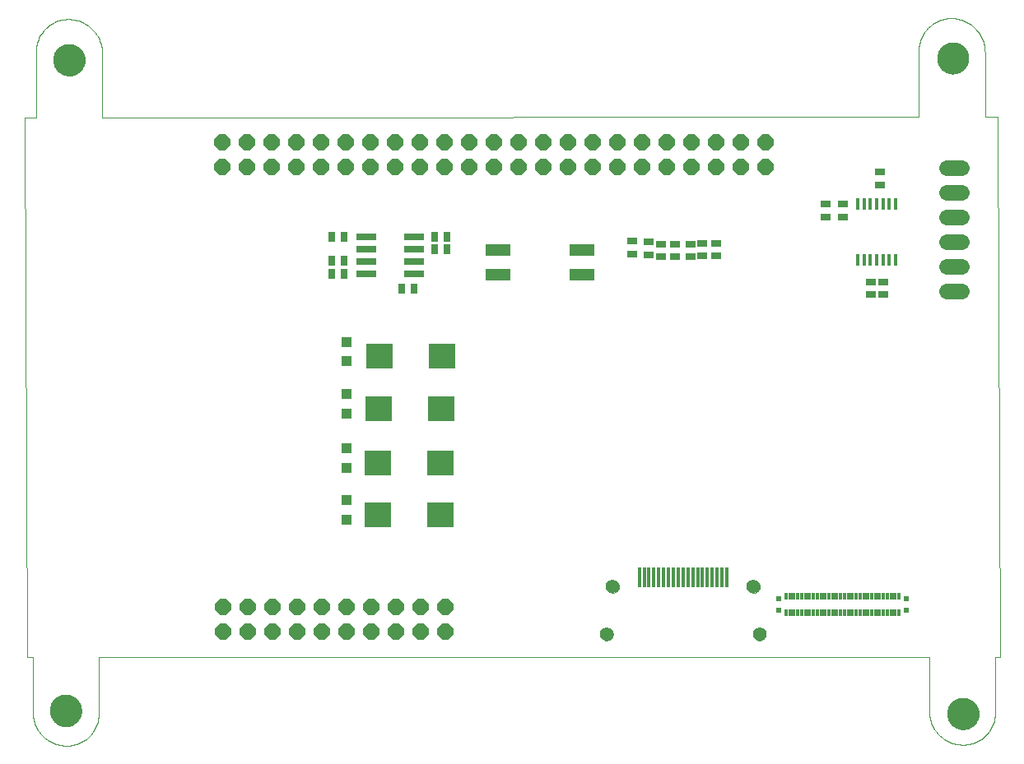
<source format=gbs>
G75*
G70*
%OFA0B0*%
%FSLAX24Y24*%
%IPPOS*%
%LPD*%
%AMOC8*
5,1,8,0,0,1.08239X$1,22.5*
%
%ADD10C,0.0000*%
%ADD11C,0.1300*%
%ADD12OC8,0.0640*%
%ADD13R,0.0820X0.0250*%
%ADD14R,0.0316X0.0394*%
%ADD15R,0.1001X0.0485*%
%ADD16R,0.0434X0.0434*%
%ADD17R,0.1064X0.0985*%
%ADD18R,0.0131X0.0296*%
%ADD19R,0.0217X0.0249*%
%ADD20R,0.0158X0.0788*%
%ADD21C,0.0552*%
%ADD22R,0.0394X0.0316*%
%ADD23R,0.0158X0.0512*%
%ADD24C,0.0640*%
D10*
X001853Y001821D02*
X001923Y001823D01*
X001993Y001829D01*
X002063Y001838D01*
X002132Y001851D01*
X002201Y001868D01*
X002268Y001889D01*
X002334Y001913D01*
X002398Y001941D01*
X002461Y001972D01*
X002523Y002007D01*
X002582Y002045D01*
X002639Y002086D01*
X002694Y002130D01*
X002746Y002177D01*
X002796Y002227D01*
X002843Y002279D01*
X002887Y002334D01*
X002928Y002391D01*
X002966Y002450D01*
X003001Y002512D01*
X003032Y002575D01*
X003060Y002639D01*
X003084Y002705D01*
X003105Y002772D01*
X003122Y002841D01*
X003135Y002910D01*
X003144Y002980D01*
X003150Y003050D01*
X003152Y003120D01*
X003152Y005403D01*
X036774Y005403D01*
X036774Y003238D01*
X036776Y003166D01*
X036782Y003094D01*
X036791Y003022D01*
X036804Y002951D01*
X036821Y002881D01*
X036841Y002812D01*
X036866Y002744D01*
X036893Y002678D01*
X036924Y002612D01*
X036959Y002549D01*
X036996Y002487D01*
X037037Y002428D01*
X037081Y002371D01*
X037128Y002316D01*
X037178Y002264D01*
X037230Y002214D01*
X037285Y002167D01*
X037342Y002123D01*
X037401Y002082D01*
X037463Y002045D01*
X037526Y002010D01*
X037592Y001979D01*
X037658Y001952D01*
X037726Y001927D01*
X037795Y001907D01*
X037865Y001890D01*
X037936Y001877D01*
X038008Y001868D01*
X038080Y001862D01*
X038152Y001860D01*
X037522Y003120D02*
X037524Y003170D01*
X037530Y003220D01*
X037540Y003269D01*
X037554Y003317D01*
X037571Y003364D01*
X037592Y003409D01*
X037617Y003453D01*
X037645Y003494D01*
X037677Y003533D01*
X037711Y003570D01*
X037748Y003604D01*
X037788Y003634D01*
X037830Y003661D01*
X037874Y003685D01*
X037920Y003706D01*
X037967Y003722D01*
X038015Y003735D01*
X038065Y003744D01*
X038114Y003749D01*
X038165Y003750D01*
X038215Y003747D01*
X038264Y003740D01*
X038313Y003729D01*
X038361Y003714D01*
X038407Y003696D01*
X038452Y003674D01*
X038495Y003648D01*
X038536Y003619D01*
X038575Y003587D01*
X038611Y003552D01*
X038643Y003514D01*
X038673Y003474D01*
X038700Y003431D01*
X038723Y003387D01*
X038742Y003341D01*
X038758Y003293D01*
X038770Y003244D01*
X038778Y003195D01*
X038782Y003145D01*
X038782Y003095D01*
X038778Y003045D01*
X038770Y002996D01*
X038758Y002947D01*
X038742Y002899D01*
X038723Y002853D01*
X038700Y002809D01*
X038673Y002766D01*
X038643Y002726D01*
X038611Y002688D01*
X038575Y002653D01*
X038536Y002621D01*
X038495Y002592D01*
X038452Y002566D01*
X038407Y002544D01*
X038361Y002526D01*
X038313Y002511D01*
X038264Y002500D01*
X038215Y002493D01*
X038165Y002490D01*
X038114Y002491D01*
X038065Y002496D01*
X038015Y002505D01*
X037967Y002518D01*
X037920Y002534D01*
X037874Y002555D01*
X037830Y002579D01*
X037788Y002606D01*
X037748Y002636D01*
X037711Y002670D01*
X037677Y002707D01*
X037645Y002746D01*
X037617Y002787D01*
X037592Y002831D01*
X037571Y002876D01*
X037554Y002923D01*
X037540Y002971D01*
X037530Y003020D01*
X037524Y003070D01*
X037522Y003120D01*
X038152Y001860D02*
X038222Y001862D01*
X038292Y001868D01*
X038362Y001877D01*
X038431Y001890D01*
X038500Y001907D01*
X038567Y001928D01*
X038633Y001952D01*
X038697Y001980D01*
X038760Y002011D01*
X038822Y002046D01*
X038881Y002084D01*
X038938Y002125D01*
X038993Y002169D01*
X039045Y002216D01*
X039095Y002266D01*
X039142Y002318D01*
X039186Y002373D01*
X039227Y002430D01*
X039265Y002489D01*
X039300Y002551D01*
X039331Y002614D01*
X039359Y002678D01*
X039383Y002744D01*
X039404Y002811D01*
X039421Y002880D01*
X039434Y002949D01*
X039443Y003019D01*
X039449Y003089D01*
X039451Y003159D01*
X039452Y003159D02*
X039452Y005403D01*
X039649Y005403D01*
X039550Y027332D01*
X039038Y027332D01*
X039038Y029931D01*
X037109Y029694D02*
X037111Y029744D01*
X037117Y029794D01*
X037127Y029843D01*
X037141Y029891D01*
X037158Y029938D01*
X037179Y029983D01*
X037204Y030027D01*
X037232Y030068D01*
X037264Y030107D01*
X037298Y030144D01*
X037335Y030178D01*
X037375Y030208D01*
X037417Y030235D01*
X037461Y030259D01*
X037507Y030280D01*
X037554Y030296D01*
X037602Y030309D01*
X037652Y030318D01*
X037701Y030323D01*
X037752Y030324D01*
X037802Y030321D01*
X037851Y030314D01*
X037900Y030303D01*
X037948Y030288D01*
X037994Y030270D01*
X038039Y030248D01*
X038082Y030222D01*
X038123Y030193D01*
X038162Y030161D01*
X038198Y030126D01*
X038230Y030088D01*
X038260Y030048D01*
X038287Y030005D01*
X038310Y029961D01*
X038329Y029915D01*
X038345Y029867D01*
X038357Y029818D01*
X038365Y029769D01*
X038369Y029719D01*
X038369Y029669D01*
X038365Y029619D01*
X038357Y029570D01*
X038345Y029521D01*
X038329Y029473D01*
X038310Y029427D01*
X038287Y029383D01*
X038260Y029340D01*
X038230Y029300D01*
X038198Y029262D01*
X038162Y029227D01*
X038123Y029195D01*
X038082Y029166D01*
X038039Y029140D01*
X037994Y029118D01*
X037948Y029100D01*
X037900Y029085D01*
X037851Y029074D01*
X037802Y029067D01*
X037752Y029064D01*
X037701Y029065D01*
X037652Y029070D01*
X037602Y029079D01*
X037554Y029092D01*
X037507Y029108D01*
X037461Y029129D01*
X037417Y029153D01*
X037375Y029180D01*
X037335Y029210D01*
X037298Y029244D01*
X037264Y029281D01*
X037232Y029320D01*
X037204Y029361D01*
X037179Y029405D01*
X037158Y029450D01*
X037141Y029497D01*
X037127Y029545D01*
X037117Y029594D01*
X037111Y029644D01*
X037109Y029694D01*
X036361Y030009D02*
X036361Y027332D01*
X003290Y027293D01*
X003290Y029891D01*
X001322Y029616D02*
X001324Y029666D01*
X001330Y029716D01*
X001340Y029765D01*
X001354Y029813D01*
X001371Y029860D01*
X001392Y029905D01*
X001417Y029949D01*
X001445Y029990D01*
X001477Y030029D01*
X001511Y030066D01*
X001548Y030100D01*
X001588Y030130D01*
X001630Y030157D01*
X001674Y030181D01*
X001720Y030202D01*
X001767Y030218D01*
X001815Y030231D01*
X001865Y030240D01*
X001914Y030245D01*
X001965Y030246D01*
X002015Y030243D01*
X002064Y030236D01*
X002113Y030225D01*
X002161Y030210D01*
X002207Y030192D01*
X002252Y030170D01*
X002295Y030144D01*
X002336Y030115D01*
X002375Y030083D01*
X002411Y030048D01*
X002443Y030010D01*
X002473Y029970D01*
X002500Y029927D01*
X002523Y029883D01*
X002542Y029837D01*
X002558Y029789D01*
X002570Y029740D01*
X002578Y029691D01*
X002582Y029641D01*
X002582Y029591D01*
X002578Y029541D01*
X002570Y029492D01*
X002558Y029443D01*
X002542Y029395D01*
X002523Y029349D01*
X002500Y029305D01*
X002473Y029262D01*
X002443Y029222D01*
X002411Y029184D01*
X002375Y029149D01*
X002336Y029117D01*
X002295Y029088D01*
X002252Y029062D01*
X002207Y029040D01*
X002161Y029022D01*
X002113Y029007D01*
X002064Y028996D01*
X002015Y028989D01*
X001965Y028986D01*
X001914Y028987D01*
X001865Y028992D01*
X001815Y029001D01*
X001767Y029014D01*
X001720Y029030D01*
X001674Y029051D01*
X001630Y029075D01*
X001588Y029102D01*
X001548Y029132D01*
X001511Y029166D01*
X001477Y029203D01*
X001445Y029242D01*
X001417Y029283D01*
X001392Y029327D01*
X001371Y029372D01*
X001354Y029419D01*
X001340Y029467D01*
X001330Y029516D01*
X001324Y029566D01*
X001322Y029616D01*
X001912Y031269D02*
X001984Y031267D01*
X002056Y031261D01*
X002128Y031252D01*
X002199Y031239D01*
X002269Y031222D01*
X002338Y031202D01*
X002406Y031177D01*
X002472Y031150D01*
X002538Y031119D01*
X002601Y031084D01*
X002663Y031047D01*
X002722Y031006D01*
X002779Y030962D01*
X002834Y030915D01*
X002886Y030865D01*
X002936Y030813D01*
X002983Y030758D01*
X003027Y030701D01*
X003068Y030642D01*
X003105Y030580D01*
X003140Y030517D01*
X003171Y030451D01*
X003198Y030385D01*
X003223Y030317D01*
X003243Y030248D01*
X003260Y030178D01*
X003273Y030107D01*
X003282Y030035D01*
X003288Y029963D01*
X003290Y029891D01*
X001912Y031269D02*
X001842Y031267D01*
X001772Y031261D01*
X001702Y031252D01*
X001633Y031239D01*
X001564Y031222D01*
X001497Y031201D01*
X001431Y031177D01*
X001367Y031149D01*
X001304Y031118D01*
X001242Y031083D01*
X001183Y031045D01*
X001126Y031004D01*
X001071Y030960D01*
X001019Y030913D01*
X000969Y030863D01*
X000922Y030811D01*
X000878Y030756D01*
X000837Y030699D01*
X000799Y030640D01*
X000764Y030578D01*
X000733Y030515D01*
X000705Y030451D01*
X000681Y030385D01*
X000660Y030318D01*
X000643Y030249D01*
X000630Y030180D01*
X000621Y030110D01*
X000615Y030040D01*
X000613Y029970D01*
X000613Y027293D01*
X000141Y027293D01*
X000239Y005403D01*
X000475Y005403D01*
X000475Y003198D01*
X001184Y003238D02*
X001186Y003288D01*
X001192Y003338D01*
X001202Y003387D01*
X001216Y003435D01*
X001233Y003482D01*
X001254Y003527D01*
X001279Y003571D01*
X001307Y003612D01*
X001339Y003651D01*
X001373Y003688D01*
X001410Y003722D01*
X001450Y003752D01*
X001492Y003779D01*
X001536Y003803D01*
X001582Y003824D01*
X001629Y003840D01*
X001677Y003853D01*
X001727Y003862D01*
X001776Y003867D01*
X001827Y003868D01*
X001877Y003865D01*
X001926Y003858D01*
X001975Y003847D01*
X002023Y003832D01*
X002069Y003814D01*
X002114Y003792D01*
X002157Y003766D01*
X002198Y003737D01*
X002237Y003705D01*
X002273Y003670D01*
X002305Y003632D01*
X002335Y003592D01*
X002362Y003549D01*
X002385Y003505D01*
X002404Y003459D01*
X002420Y003411D01*
X002432Y003362D01*
X002440Y003313D01*
X002444Y003263D01*
X002444Y003213D01*
X002440Y003163D01*
X002432Y003114D01*
X002420Y003065D01*
X002404Y003017D01*
X002385Y002971D01*
X002362Y002927D01*
X002335Y002884D01*
X002305Y002844D01*
X002273Y002806D01*
X002237Y002771D01*
X002198Y002739D01*
X002157Y002710D01*
X002114Y002684D01*
X002069Y002662D01*
X002023Y002644D01*
X001975Y002629D01*
X001926Y002618D01*
X001877Y002611D01*
X001827Y002608D01*
X001776Y002609D01*
X001727Y002614D01*
X001677Y002623D01*
X001629Y002636D01*
X001582Y002652D01*
X001536Y002673D01*
X001492Y002697D01*
X001450Y002724D01*
X001410Y002754D01*
X001373Y002788D01*
X001339Y002825D01*
X001307Y002864D01*
X001279Y002905D01*
X001254Y002949D01*
X001233Y002994D01*
X001216Y003041D01*
X001202Y003089D01*
X001192Y003138D01*
X001186Y003188D01*
X001184Y003238D01*
X000475Y003198D02*
X000477Y003126D01*
X000483Y003054D01*
X000492Y002982D01*
X000505Y002911D01*
X000522Y002841D01*
X000542Y002772D01*
X000567Y002704D01*
X000594Y002638D01*
X000625Y002572D01*
X000660Y002509D01*
X000697Y002447D01*
X000738Y002388D01*
X000782Y002331D01*
X000829Y002276D01*
X000879Y002224D01*
X000931Y002174D01*
X000986Y002127D01*
X001043Y002083D01*
X001102Y002042D01*
X001164Y002005D01*
X001227Y001970D01*
X001293Y001939D01*
X001359Y001912D01*
X001427Y001887D01*
X001496Y001867D01*
X001566Y001850D01*
X001637Y001837D01*
X001709Y001828D01*
X001781Y001822D01*
X001853Y001820D01*
X023467Y006348D02*
X023469Y006379D01*
X023475Y006410D01*
X023484Y006440D01*
X023497Y006469D01*
X023514Y006496D01*
X023534Y006520D01*
X023556Y006542D01*
X023582Y006561D01*
X023609Y006577D01*
X023638Y006589D01*
X023668Y006598D01*
X023699Y006603D01*
X023731Y006604D01*
X023762Y006601D01*
X023793Y006594D01*
X023823Y006584D01*
X023851Y006570D01*
X023877Y006552D01*
X023901Y006532D01*
X023922Y006508D01*
X023941Y006483D01*
X023956Y006455D01*
X023967Y006426D01*
X023975Y006395D01*
X023979Y006364D01*
X023979Y006332D01*
X023975Y006301D01*
X023967Y006270D01*
X023956Y006241D01*
X023941Y006213D01*
X023922Y006188D01*
X023901Y006164D01*
X023877Y006144D01*
X023851Y006126D01*
X023823Y006112D01*
X023793Y006102D01*
X023762Y006095D01*
X023731Y006092D01*
X023699Y006093D01*
X023668Y006098D01*
X023638Y006107D01*
X023609Y006119D01*
X023582Y006135D01*
X023556Y006154D01*
X023534Y006176D01*
X023514Y006200D01*
X023497Y006227D01*
X023484Y006256D01*
X023475Y006286D01*
X023469Y006317D01*
X023467Y006348D01*
X023704Y008277D02*
X023706Y008308D01*
X023712Y008339D01*
X023721Y008369D01*
X023734Y008398D01*
X023751Y008425D01*
X023771Y008449D01*
X023793Y008471D01*
X023819Y008490D01*
X023846Y008506D01*
X023875Y008518D01*
X023905Y008527D01*
X023936Y008532D01*
X023968Y008533D01*
X023999Y008530D01*
X024030Y008523D01*
X024060Y008513D01*
X024088Y008499D01*
X024114Y008481D01*
X024138Y008461D01*
X024159Y008437D01*
X024178Y008412D01*
X024193Y008384D01*
X024204Y008355D01*
X024212Y008324D01*
X024216Y008293D01*
X024216Y008261D01*
X024212Y008230D01*
X024204Y008199D01*
X024193Y008170D01*
X024178Y008142D01*
X024159Y008117D01*
X024138Y008093D01*
X024114Y008073D01*
X024088Y008055D01*
X024060Y008041D01*
X024030Y008031D01*
X023999Y008024D01*
X023968Y008021D01*
X023936Y008022D01*
X023905Y008027D01*
X023875Y008036D01*
X023846Y008048D01*
X023819Y008064D01*
X023793Y008083D01*
X023771Y008105D01*
X023751Y008129D01*
X023734Y008156D01*
X023721Y008185D01*
X023712Y008215D01*
X023706Y008246D01*
X023704Y008277D01*
X029412Y008277D02*
X029414Y008308D01*
X029420Y008339D01*
X029429Y008369D01*
X029442Y008398D01*
X029459Y008425D01*
X029479Y008449D01*
X029501Y008471D01*
X029527Y008490D01*
X029554Y008506D01*
X029583Y008518D01*
X029613Y008527D01*
X029644Y008532D01*
X029676Y008533D01*
X029707Y008530D01*
X029738Y008523D01*
X029768Y008513D01*
X029796Y008499D01*
X029822Y008481D01*
X029846Y008461D01*
X029867Y008437D01*
X029886Y008412D01*
X029901Y008384D01*
X029912Y008355D01*
X029920Y008324D01*
X029924Y008293D01*
X029924Y008261D01*
X029920Y008230D01*
X029912Y008199D01*
X029901Y008170D01*
X029886Y008142D01*
X029867Y008117D01*
X029846Y008093D01*
X029822Y008073D01*
X029796Y008055D01*
X029768Y008041D01*
X029738Y008031D01*
X029707Y008024D01*
X029676Y008021D01*
X029644Y008022D01*
X029613Y008027D01*
X029583Y008036D01*
X029554Y008048D01*
X029527Y008064D01*
X029501Y008083D01*
X029479Y008105D01*
X029459Y008129D01*
X029442Y008156D01*
X029429Y008185D01*
X029420Y008215D01*
X029414Y008246D01*
X029412Y008277D01*
X029648Y006348D02*
X029650Y006379D01*
X029656Y006410D01*
X029665Y006440D01*
X029678Y006469D01*
X029695Y006496D01*
X029715Y006520D01*
X029737Y006542D01*
X029763Y006561D01*
X029790Y006577D01*
X029819Y006589D01*
X029849Y006598D01*
X029880Y006603D01*
X029912Y006604D01*
X029943Y006601D01*
X029974Y006594D01*
X030004Y006584D01*
X030032Y006570D01*
X030058Y006552D01*
X030082Y006532D01*
X030103Y006508D01*
X030122Y006483D01*
X030137Y006455D01*
X030148Y006426D01*
X030156Y006395D01*
X030160Y006364D01*
X030160Y006332D01*
X030156Y006301D01*
X030148Y006270D01*
X030137Y006241D01*
X030122Y006213D01*
X030103Y006188D01*
X030082Y006164D01*
X030058Y006144D01*
X030032Y006126D01*
X030004Y006112D01*
X029974Y006102D01*
X029943Y006095D01*
X029912Y006092D01*
X029880Y006093D01*
X029849Y006098D01*
X029819Y006107D01*
X029790Y006119D01*
X029763Y006135D01*
X029737Y006154D01*
X029715Y006176D01*
X029695Y006200D01*
X029678Y006227D01*
X029665Y006256D01*
X029656Y006286D01*
X029650Y006317D01*
X029648Y006348D01*
X039038Y029931D02*
X039036Y030003D01*
X039030Y030075D01*
X039021Y030147D01*
X039008Y030218D01*
X038991Y030288D01*
X038971Y030357D01*
X038946Y030425D01*
X038919Y030491D01*
X038888Y030557D01*
X038853Y030620D01*
X038816Y030682D01*
X038775Y030741D01*
X038731Y030798D01*
X038684Y030853D01*
X038634Y030905D01*
X038582Y030955D01*
X038527Y031002D01*
X038470Y031046D01*
X038411Y031087D01*
X038349Y031124D01*
X038286Y031159D01*
X038220Y031190D01*
X038154Y031217D01*
X038086Y031242D01*
X038017Y031262D01*
X037947Y031279D01*
X037876Y031292D01*
X037804Y031301D01*
X037732Y031307D01*
X037660Y031309D01*
X037660Y031308D02*
X037590Y031306D01*
X037520Y031300D01*
X037450Y031291D01*
X037381Y031278D01*
X037312Y031261D01*
X037245Y031240D01*
X037179Y031216D01*
X037115Y031188D01*
X037052Y031157D01*
X036990Y031122D01*
X036931Y031084D01*
X036874Y031043D01*
X036819Y030999D01*
X036767Y030952D01*
X036717Y030902D01*
X036670Y030850D01*
X036626Y030795D01*
X036585Y030738D01*
X036547Y030679D01*
X036512Y030617D01*
X036481Y030554D01*
X036453Y030490D01*
X036429Y030424D01*
X036408Y030357D01*
X036391Y030288D01*
X036378Y030219D01*
X036369Y030149D01*
X036363Y030079D01*
X036361Y030009D01*
D11*
X037739Y029694D03*
X038152Y003120D03*
X001814Y003238D03*
X001952Y029616D03*
D12*
X008137Y026297D03*
X009137Y026297D03*
X010137Y026297D03*
X011137Y026297D03*
X012137Y026297D03*
X013137Y026297D03*
X014137Y026297D03*
X015137Y026297D03*
X016137Y026297D03*
X017137Y026297D03*
X018137Y026297D03*
X019137Y026297D03*
X020137Y026297D03*
X021137Y026297D03*
X022137Y026297D03*
X023137Y026297D03*
X024137Y026297D03*
X025137Y026297D03*
X026137Y026297D03*
X027137Y026297D03*
X028137Y026297D03*
X029137Y026297D03*
X030137Y026297D03*
X030137Y025297D03*
X029137Y025297D03*
X028137Y025297D03*
X027137Y025297D03*
X026137Y025297D03*
X025137Y025297D03*
X024137Y025297D03*
X023137Y025297D03*
X022137Y025297D03*
X021137Y025297D03*
X020137Y025297D03*
X019137Y025297D03*
X018137Y025297D03*
X017137Y025297D03*
X016137Y025297D03*
X015137Y025297D03*
X014137Y025297D03*
X013137Y025297D03*
X012137Y025297D03*
X011137Y025297D03*
X010137Y025297D03*
X009137Y025297D03*
X008137Y025297D03*
X008180Y007439D03*
X009180Y007439D03*
X010180Y007439D03*
X011180Y007439D03*
X012180Y007439D03*
X013180Y007439D03*
X014180Y007439D03*
X015180Y007439D03*
X016180Y007439D03*
X017180Y007439D03*
X017180Y006439D03*
X016180Y006439D03*
X015180Y006439D03*
X014180Y006439D03*
X013180Y006439D03*
X012180Y006439D03*
X011180Y006439D03*
X010180Y006439D03*
X009180Y006439D03*
X008180Y006439D03*
D13*
X013993Y020952D03*
X013993Y021452D03*
X013993Y021952D03*
X013993Y022452D03*
X015933Y022452D03*
X015933Y021952D03*
X015933Y021452D03*
X015933Y020952D03*
D14*
X015928Y020364D03*
X015416Y020364D03*
X016755Y021939D03*
X016755Y022450D03*
X017267Y022450D03*
X017267Y021939D03*
X013093Y021466D03*
X012582Y021466D03*
X012582Y020954D03*
X013093Y020954D03*
X013093Y022450D03*
X012582Y022450D03*
D15*
X019334Y021927D03*
X019334Y020927D03*
X022719Y020927D03*
X022719Y021927D03*
D16*
X013192Y018198D03*
X013192Y017411D03*
X013192Y016072D03*
X013192Y015285D03*
X013192Y013868D03*
X013192Y013080D03*
X013192Y011781D03*
X013192Y010994D03*
D17*
X014452Y011191D03*
X016971Y011191D03*
X016971Y013277D03*
X014452Y013277D03*
X014491Y015482D03*
X017011Y015482D03*
X017050Y017608D03*
X014530Y017608D03*
D18*
X030987Y007893D03*
X031145Y007893D03*
X031302Y007893D03*
X031460Y007893D03*
X031617Y007893D03*
X031774Y007893D03*
X031932Y007893D03*
X032089Y007893D03*
X032247Y007893D03*
X032404Y007893D03*
X032562Y007893D03*
X032719Y007893D03*
X032877Y007893D03*
X033034Y007893D03*
X033192Y007893D03*
X033349Y007893D03*
X033507Y007893D03*
X033664Y007893D03*
X033822Y007893D03*
X033979Y007893D03*
X034137Y007893D03*
X034294Y007893D03*
X034452Y007893D03*
X034609Y007893D03*
X034767Y007893D03*
X034924Y007893D03*
X035082Y007893D03*
X035239Y007893D03*
X035397Y007893D03*
X035554Y007893D03*
X035554Y007204D03*
X035397Y007204D03*
X035239Y007204D03*
X035082Y007204D03*
X034924Y007204D03*
X034767Y007204D03*
X034609Y007204D03*
X034452Y007204D03*
X034294Y007204D03*
X034137Y007204D03*
X033979Y007204D03*
X033822Y007204D03*
X033664Y007204D03*
X033507Y007204D03*
X033349Y007204D03*
X033192Y007204D03*
X033034Y007204D03*
X032877Y007204D03*
X032719Y007204D03*
X032562Y007204D03*
X032404Y007204D03*
X032247Y007204D03*
X032089Y007204D03*
X031932Y007204D03*
X031774Y007204D03*
X031617Y007204D03*
X031460Y007204D03*
X031302Y007204D03*
X031145Y007204D03*
X030987Y007204D03*
D19*
X030672Y007326D03*
X030672Y007771D03*
X035869Y007771D03*
X035869Y007326D03*
D20*
X028586Y008651D03*
X028389Y008651D03*
X028192Y008651D03*
X027995Y008651D03*
X027798Y008651D03*
X027601Y008651D03*
X027404Y008651D03*
X027208Y008651D03*
X027011Y008651D03*
X026814Y008651D03*
X026617Y008651D03*
X026420Y008651D03*
X026223Y008651D03*
X026026Y008651D03*
X025830Y008651D03*
X025633Y008651D03*
X025436Y008651D03*
X025239Y008651D03*
X025042Y008651D03*
D21*
X023960Y008277D03*
X023723Y006348D03*
X029904Y006348D03*
X029668Y008277D03*
D22*
X034412Y020108D03*
X034412Y020620D03*
X034924Y020620D03*
X034924Y020108D03*
X033271Y023257D03*
X033271Y023769D03*
X032601Y023769D03*
X032601Y023257D03*
X034786Y024557D03*
X034786Y025069D03*
X028152Y022194D03*
X028152Y021683D03*
X027601Y021683D03*
X027601Y022194D03*
X027129Y022155D03*
X026499Y022155D03*
X026499Y021643D03*
X027129Y021643D03*
X025908Y021643D03*
X025436Y021722D03*
X025436Y022234D03*
X025908Y022155D03*
X024767Y022273D03*
X024767Y021761D03*
D23*
X033881Y021506D03*
X034137Y021506D03*
X034393Y021506D03*
X034649Y021506D03*
X034904Y021506D03*
X035160Y021506D03*
X035416Y021506D03*
X035416Y023789D03*
X035160Y023789D03*
X034904Y023789D03*
X034649Y023789D03*
X034393Y023789D03*
X034137Y023789D03*
X033881Y023789D03*
D24*
X037498Y024265D02*
X038098Y024265D01*
X038098Y023265D02*
X037498Y023265D01*
X037498Y022265D02*
X038098Y022265D01*
X038098Y021265D02*
X037498Y021265D01*
X037498Y020265D02*
X038098Y020265D01*
X038098Y025265D02*
X037498Y025265D01*
M02*

</source>
